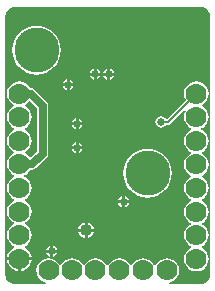
<source format=gbl>
G04 Layer_Physical_Order=2*
G04 Layer_Color=5656142*
%FSAX24Y24*%
%MOIN*%
G70*
G01*
G75*
%ADD21C,0.0080*%
%ADD24C,0.0250*%
%ADD25C,0.0250*%
%ADD26C,0.0400*%
%ADD27C,0.1500*%
%ADD28C,0.0700*%
G36*
X041051Y034084D02*
X041114Y034058D01*
X041171Y034020D01*
X041220Y033971D01*
X041258Y033914D01*
X041284Y033851D01*
X041297Y033784D01*
Y033750D01*
Y025200D01*
Y025166D01*
X041284Y025099D01*
X041258Y025036D01*
X041220Y024979D01*
X041171Y024930D01*
X041114Y024892D01*
X041051Y024866D01*
X040984Y024853D01*
X039930D01*
X039927Y024903D01*
X039947Y024906D01*
X040047Y024947D01*
X040132Y025013D01*
X040198Y025098D01*
X040239Y025198D01*
X040254Y025305D01*
X040239Y025412D01*
X040198Y025512D01*
X040132Y025597D01*
X040047Y025663D01*
X039947Y025704D01*
X039840Y025719D01*
X039733Y025704D01*
X039633Y025663D01*
X039548Y025597D01*
X039482Y025512D01*
X039467Y025476D01*
X039413D01*
X039398Y025512D01*
X039332Y025597D01*
X039247Y025663D01*
X039147Y025704D01*
X039040Y025719D01*
X038933Y025704D01*
X038833Y025663D01*
X038748Y025597D01*
X038682Y025512D01*
X038675Y025495D01*
X038625D01*
X038618Y025512D01*
X038552Y025597D01*
X038467Y025663D01*
X038367Y025704D01*
X038260Y025719D01*
X038153Y025704D01*
X038053Y025663D01*
X037968Y025597D01*
X037902Y025512D01*
X037887Y025476D01*
X037833D01*
X037818Y025512D01*
X037752Y025597D01*
X037667Y025663D01*
X037567Y025704D01*
X037460Y025719D01*
X037353Y025704D01*
X037253Y025663D01*
X037168Y025597D01*
X037102Y025512D01*
X037095Y025495D01*
X037045D01*
X037038Y025512D01*
X036972Y025597D01*
X036887Y025663D01*
X036787Y025704D01*
X036680Y025719D01*
X036573Y025704D01*
X036473Y025663D01*
X036388Y025597D01*
X036322Y025512D01*
X036315Y025495D01*
X036265D01*
X036258Y025512D01*
X036192Y025597D01*
X036107Y025663D01*
X036007Y025704D01*
X035900Y025719D01*
X035793Y025704D01*
X035693Y025663D01*
X035608Y025597D01*
X035542Y025512D01*
X035501Y025412D01*
X035486Y025305D01*
X035501Y025198D01*
X035542Y025098D01*
X035608Y025013D01*
X035693Y024947D01*
X035793Y024906D01*
X035813Y024903D01*
X035810Y024853D01*
X034766D01*
X034699Y024866D01*
X034636Y024892D01*
X034579Y024930D01*
X034530Y024979D01*
X034492Y025036D01*
X034466Y025099D01*
X034453Y025166D01*
Y025200D01*
Y033750D01*
Y033784D01*
X034466Y033851D01*
X034492Y033914D01*
X034530Y033971D01*
X034579Y034020D01*
X034636Y034058D01*
X034699Y034084D01*
X034766Y034097D01*
X040984D01*
X041051Y034084D01*
D02*
G37*
%LPC*%
G36*
X037200Y026906D02*
Y026700D01*
X037406D01*
X037403Y026718D01*
X037377Y026781D01*
X037335Y026835D01*
X037281Y026877D01*
X037218Y026903D01*
X037200Y026906D01*
D02*
G37*
G36*
X038350Y027550D02*
X038221D01*
X038226Y027528D01*
X038267Y027467D01*
X038328Y027426D01*
X038350Y027421D01*
Y027550D01*
D02*
G37*
G36*
X037406Y026600D02*
X037200D01*
Y026394D01*
X037218Y026397D01*
X037281Y026423D01*
X037335Y026465D01*
X037377Y026519D01*
X037403Y026582D01*
X037406Y026600D01*
D02*
G37*
G36*
X037100Y026906D02*
X037082Y026903D01*
X037019Y026877D01*
X036965Y026835D01*
X036923Y026781D01*
X036897Y026718D01*
X036894Y026700D01*
X037100D01*
Y026906D01*
D02*
G37*
G36*
X038579Y027550D02*
X038450D01*
Y027421D01*
X038472Y027426D01*
X038533Y027467D01*
X038574Y027528D01*
X038579Y027550D01*
D02*
G37*
G36*
X039200Y029364D02*
X039041Y029348D01*
X038889Y029302D01*
X038748Y029227D01*
X038624Y029126D01*
X038523Y029002D01*
X038448Y028861D01*
X038402Y028709D01*
X038386Y028550D01*
X038402Y028391D01*
X038448Y028239D01*
X038523Y028098D01*
X038624Y027974D01*
X038748Y027873D01*
X038889Y027798D01*
X039041Y027752D01*
X039200Y027736D01*
X039359Y027752D01*
X039511Y027798D01*
X039652Y027873D01*
X039776Y027974D01*
X039877Y028098D01*
X039952Y028239D01*
X039998Y028391D01*
X040014Y028550D01*
X039998Y028709D01*
X039952Y028861D01*
X039877Y029002D01*
X039776Y029126D01*
X039652Y029227D01*
X039511Y029302D01*
X039359Y029348D01*
X039200Y029364D01*
D02*
G37*
G36*
X036800Y029350D02*
X036671D01*
X036676Y029328D01*
X036717Y029267D01*
X036778Y029226D01*
X036800Y029221D01*
Y029350D01*
D02*
G37*
G36*
X038350Y027779D02*
X038328Y027774D01*
X038267Y027733D01*
X038226Y027672D01*
X038221Y027650D01*
X038350D01*
Y027779D01*
D02*
G37*
G36*
X038450D02*
Y027650D01*
X038579D01*
X038574Y027672D01*
X038533Y027733D01*
X038472Y027774D01*
X038450Y027779D01*
D02*
G37*
G36*
X035332Y025650D02*
X034975D01*
Y025293D01*
X035032Y025301D01*
X035132Y025342D01*
X035217Y025408D01*
X035283Y025493D01*
X035324Y025593D01*
X035332Y025650D01*
D02*
G37*
G36*
X034925Y031614D02*
X034818Y031599D01*
X034718Y031558D01*
X034633Y031492D01*
X034567Y031407D01*
X034526Y031307D01*
X034511Y031200D01*
X034526Y031093D01*
X034567Y030993D01*
X034633Y030908D01*
X034718Y030842D01*
X034735Y030835D01*
Y030785D01*
X034718Y030778D01*
X034633Y030712D01*
X034567Y030627D01*
X034526Y030527D01*
X034511Y030420D01*
X034526Y030313D01*
X034567Y030213D01*
X034633Y030128D01*
X034718Y030062D01*
X034747Y030050D01*
Y030000D01*
X034718Y029988D01*
X034633Y029922D01*
X034567Y029837D01*
X034526Y029737D01*
X034511Y029630D01*
X034526Y029523D01*
X034567Y029423D01*
X034633Y029338D01*
X034718Y029272D01*
X034735Y029265D01*
Y029215D01*
X034718Y029208D01*
X034633Y029142D01*
X034567Y029057D01*
X034526Y028957D01*
X034511Y028850D01*
X034526Y028743D01*
X034567Y028643D01*
X034633Y028558D01*
X034718Y028492D01*
X034754Y028477D01*
Y028423D01*
X034718Y028408D01*
X034633Y028342D01*
X034567Y028257D01*
X034526Y028157D01*
X034511Y028050D01*
X034526Y027943D01*
X034567Y027843D01*
X034633Y027758D01*
X034718Y027692D01*
X034735Y027685D01*
Y027635D01*
X034718Y027628D01*
X034633Y027562D01*
X034567Y027477D01*
X034526Y027377D01*
X034511Y027270D01*
X034526Y027163D01*
X034567Y027063D01*
X034633Y026978D01*
X034718Y026912D01*
X034735Y026905D01*
Y026855D01*
X034718Y026848D01*
X034633Y026782D01*
X034567Y026697D01*
X034526Y026597D01*
X034511Y026490D01*
X034526Y026383D01*
X034567Y026283D01*
X034633Y026198D01*
X034718Y026132D01*
X034747Y026120D01*
Y026070D01*
X034718Y026058D01*
X034633Y025992D01*
X034567Y025907D01*
X034526Y025807D01*
X034518Y025750D01*
X035332D01*
X035324Y025807D01*
X035283Y025907D01*
X035217Y025992D01*
X035132Y026058D01*
X035103Y026070D01*
Y026120D01*
X035132Y026132D01*
X035217Y026198D01*
X035283Y026283D01*
X035324Y026383D01*
X035339Y026490D01*
X035324Y026597D01*
X035283Y026697D01*
X035217Y026782D01*
X035132Y026848D01*
X035115Y026855D01*
Y026905D01*
X035132Y026912D01*
X035217Y026978D01*
X035283Y027063D01*
X035324Y027163D01*
X035339Y027270D01*
X035324Y027377D01*
X035283Y027477D01*
X035217Y027562D01*
X035132Y027628D01*
X035115Y027635D01*
Y027685D01*
X035132Y027692D01*
X035217Y027758D01*
X035283Y027843D01*
X035324Y027943D01*
X035339Y028050D01*
X035324Y028157D01*
X035283Y028257D01*
X035217Y028342D01*
X035132Y028408D01*
X035096Y028423D01*
Y028477D01*
X035132Y028492D01*
X035217Y028558D01*
X035283Y028643D01*
X035291Y028661D01*
X035350D01*
X035422Y028676D01*
X035483Y028717D01*
X035833Y029067D01*
X035874Y029128D01*
X035889Y029200D01*
Y030800D01*
X035874Y030872D01*
X035833Y030933D01*
X035433Y031333D01*
X035372Y031374D01*
X035300Y031389D01*
X035291D01*
X035283Y031407D01*
X035217Y031492D01*
X035132Y031558D01*
X035032Y031599D01*
X034925Y031614D01*
D02*
G37*
G36*
X040825D02*
X040718Y031599D01*
X040618Y031558D01*
X040533Y031492D01*
X040467Y031407D01*
X040426Y031307D01*
X040411Y031200D01*
X040426Y031093D01*
X040467Y030993D01*
X040470Y030989D01*
X039848Y030368D01*
X039791Y030372D01*
X039783Y030383D01*
X039722Y030424D01*
X039650Y030439D01*
X039578Y030424D01*
X039517Y030383D01*
X039476Y030322D01*
X039461Y030250D01*
X039476Y030178D01*
X039517Y030117D01*
X039578Y030076D01*
X039650Y030061D01*
X039722Y030076D01*
X039783Y030117D01*
X039804Y030148D01*
X039875D01*
X039914Y030156D01*
X039947Y030178D01*
X040430Y030661D01*
X040468Y030628D01*
X040467Y030627D01*
X040426Y030527D01*
X040411Y030420D01*
X040426Y030313D01*
X040467Y030213D01*
X040533Y030128D01*
X040618Y030062D01*
X040654Y030047D01*
Y029993D01*
X040618Y029978D01*
X040533Y029912D01*
X040467Y029827D01*
X040426Y029727D01*
X040411Y029620D01*
X040426Y029513D01*
X040467Y029413D01*
X040533Y029328D01*
X040618Y029262D01*
X040635Y029255D01*
Y029205D01*
X040618Y029198D01*
X040533Y029132D01*
X040467Y029047D01*
X040426Y028947D01*
X040411Y028840D01*
X040426Y028733D01*
X040467Y028633D01*
X040533Y028548D01*
X040618Y028482D01*
X040647Y028470D01*
Y028420D01*
X040618Y028408D01*
X040533Y028342D01*
X040467Y028257D01*
X040426Y028157D01*
X040411Y028050D01*
X040426Y027943D01*
X040467Y027843D01*
X040533Y027758D01*
X040618Y027692D01*
X040647Y027680D01*
Y027630D01*
X040618Y027618D01*
X040533Y027552D01*
X040467Y027467D01*
X040426Y027367D01*
X040411Y027260D01*
X040426Y027153D01*
X040467Y027053D01*
X040533Y026968D01*
X040618Y026902D01*
X040635Y026895D01*
Y026845D01*
X040618Y026838D01*
X040533Y026772D01*
X040467Y026687D01*
X040426Y026587D01*
X040411Y026480D01*
X040426Y026373D01*
X040467Y026273D01*
X040533Y026188D01*
X040618Y026122D01*
X040647Y026110D01*
Y026060D01*
X040618Y026048D01*
X040533Y025982D01*
X040467Y025897D01*
X040426Y025797D01*
X040411Y025690D01*
X040426Y025583D01*
X040467Y025483D01*
X040533Y025398D01*
X040618Y025332D01*
X040718Y025291D01*
X040825Y025276D01*
X040932Y025291D01*
X041032Y025332D01*
X041117Y025398D01*
X041183Y025483D01*
X041224Y025583D01*
X041239Y025690D01*
X041224Y025797D01*
X041183Y025897D01*
X041117Y025982D01*
X041032Y026048D01*
X041003Y026060D01*
Y026110D01*
X041032Y026122D01*
X041117Y026188D01*
X041183Y026273D01*
X041224Y026373D01*
X041239Y026480D01*
X041224Y026587D01*
X041183Y026687D01*
X041117Y026772D01*
X041032Y026838D01*
X041015Y026845D01*
Y026895D01*
X041032Y026902D01*
X041117Y026968D01*
X041183Y027053D01*
X041224Y027153D01*
X041239Y027260D01*
X041224Y027367D01*
X041183Y027467D01*
X041117Y027552D01*
X041032Y027618D01*
X041003Y027630D01*
Y027680D01*
X041032Y027692D01*
X041117Y027758D01*
X041183Y027843D01*
X041224Y027943D01*
X041239Y028050D01*
X041224Y028157D01*
X041183Y028257D01*
X041117Y028342D01*
X041032Y028408D01*
X041003Y028420D01*
Y028470D01*
X041032Y028482D01*
X041117Y028548D01*
X041183Y028633D01*
X041224Y028733D01*
X041239Y028840D01*
X041224Y028947D01*
X041183Y029047D01*
X041117Y029132D01*
X041032Y029198D01*
X041015Y029205D01*
Y029255D01*
X041032Y029262D01*
X041117Y029328D01*
X041183Y029413D01*
X041224Y029513D01*
X041239Y029620D01*
X041224Y029727D01*
X041183Y029827D01*
X041117Y029912D01*
X041032Y029978D01*
X040996Y029993D01*
Y030047D01*
X041032Y030062D01*
X041117Y030128D01*
X041183Y030213D01*
X041224Y030313D01*
X041239Y030420D01*
X041224Y030527D01*
X041183Y030627D01*
X041117Y030712D01*
X041032Y030778D01*
X041015Y030785D01*
Y030835D01*
X041032Y030842D01*
X041117Y030908D01*
X041183Y030993D01*
X041224Y031093D01*
X041239Y031200D01*
X041224Y031307D01*
X041183Y031407D01*
X041117Y031492D01*
X041032Y031558D01*
X040932Y031599D01*
X040825Y031614D01*
D02*
G37*
G36*
X034875Y025650D02*
X034518D01*
X034526Y025593D01*
X034567Y025493D01*
X034633Y025408D01*
X034718Y025342D01*
X034818Y025301D01*
X034875Y025293D01*
Y025650D01*
D02*
G37*
G36*
X035950Y025900D02*
X035821D01*
X035826Y025878D01*
X035867Y025817D01*
X035928Y025776D01*
X035950Y025771D01*
Y025900D01*
D02*
G37*
G36*
X036050Y026129D02*
Y026000D01*
X036179D01*
X036174Y026022D01*
X036133Y026083D01*
X036072Y026124D01*
X036050Y026129D01*
D02*
G37*
G36*
X037100Y026600D02*
X036894D01*
X036897Y026582D01*
X036923Y026519D01*
X036965Y026465D01*
X037019Y026423D01*
X037082Y026397D01*
X037100Y026394D01*
Y026600D01*
D02*
G37*
G36*
X036179Y025900D02*
X036050D01*
Y025771D01*
X036072Y025776D01*
X036133Y025817D01*
X036174Y025878D01*
X036179Y025900D01*
D02*
G37*
G36*
X035950Y026129D02*
X035928Y026124D01*
X035867Y026083D01*
X035826Y026022D01*
X035821Y026000D01*
X035950D01*
Y026129D01*
D02*
G37*
G36*
X037029Y029350D02*
X036900D01*
Y029221D01*
X036922Y029226D01*
X036983Y029267D01*
X037024Y029328D01*
X037029Y029350D01*
D02*
G37*
G36*
X037850Y031800D02*
X037721D01*
X037726Y031778D01*
X037767Y031717D01*
X037828Y031676D01*
X037850Y031671D01*
Y031800D01*
D02*
G37*
G36*
X038079D02*
X037950D01*
Y031671D01*
X037972Y031676D01*
X038033Y031717D01*
X038074Y031778D01*
X038079Y031800D01*
D02*
G37*
G36*
X037629D02*
X037500D01*
Y031671D01*
X037522Y031676D01*
X037583Y031717D01*
X037624Y031778D01*
X037629Y031800D01*
D02*
G37*
G36*
X036600Y031679D02*
Y031550D01*
X036729D01*
X036724Y031572D01*
X036683Y031633D01*
X036622Y031674D01*
X036600Y031679D01*
D02*
G37*
G36*
X037400Y031800D02*
X037271D01*
X037276Y031778D01*
X037317Y031717D01*
X037378Y031676D01*
X037400Y031671D01*
Y031800D01*
D02*
G37*
G36*
X037850Y032029D02*
X037828Y032024D01*
X037767Y031983D01*
X037726Y031922D01*
X037721Y031900D01*
X037850D01*
Y032029D01*
D02*
G37*
G36*
X037950D02*
Y031900D01*
X038079D01*
X038074Y031922D01*
X038033Y031983D01*
X037972Y032024D01*
X037950Y032029D01*
D02*
G37*
G36*
X037500D02*
Y031900D01*
X037629D01*
X037624Y031922D01*
X037583Y031983D01*
X037522Y032024D01*
X037500Y032029D01*
D02*
G37*
G36*
X035500Y033464D02*
X035341Y033448D01*
X035189Y033402D01*
X035048Y033327D01*
X034924Y033226D01*
X034823Y033102D01*
X034748Y032961D01*
X034702Y032809D01*
X034686Y032650D01*
X034702Y032491D01*
X034748Y032339D01*
X034823Y032198D01*
X034924Y032074D01*
X035048Y031973D01*
X035189Y031898D01*
X035341Y031852D01*
X035500Y031836D01*
X035659Y031852D01*
X035811Y031898D01*
X035952Y031973D01*
X036076Y032074D01*
X036177Y032198D01*
X036252Y032339D01*
X036298Y032491D01*
X036314Y032650D01*
X036298Y032809D01*
X036252Y032961D01*
X036177Y033102D01*
X036076Y033226D01*
X035952Y033327D01*
X035811Y033402D01*
X035659Y033448D01*
X035500Y033464D01*
D02*
G37*
G36*
X037400Y032029D02*
X037378Y032024D01*
X037317Y031983D01*
X037276Y031922D01*
X037271Y031900D01*
X037400D01*
Y032029D01*
D02*
G37*
G36*
X036800Y030150D02*
X036671D01*
X036676Y030128D01*
X036717Y030067D01*
X036778Y030026D01*
X036800Y030021D01*
Y030150D01*
D02*
G37*
G36*
X037029D02*
X036900D01*
Y030021D01*
X036922Y030026D01*
X036983Y030067D01*
X037024Y030128D01*
X037029Y030150D01*
D02*
G37*
G36*
X036800Y029579D02*
X036778Y029574D01*
X036717Y029533D01*
X036676Y029472D01*
X036671Y029450D01*
X036800D01*
Y029579D01*
D02*
G37*
G36*
X036900D02*
Y029450D01*
X037029D01*
X037024Y029472D01*
X036983Y029533D01*
X036922Y029574D01*
X036900Y029579D01*
D02*
G37*
G36*
X036800Y030379D02*
X036778Y030374D01*
X036717Y030333D01*
X036676Y030272D01*
X036671Y030250D01*
X036800D01*
Y030379D01*
D02*
G37*
G36*
X036729Y031450D02*
X036600D01*
Y031321D01*
X036622Y031326D01*
X036683Y031367D01*
X036724Y031428D01*
X036729Y031450D01*
D02*
G37*
G36*
X036500Y031679D02*
X036478Y031674D01*
X036417Y031633D01*
X036376Y031572D01*
X036371Y031550D01*
X036500D01*
Y031679D01*
D02*
G37*
G36*
X036900Y030379D02*
Y030250D01*
X037029D01*
X037024Y030272D01*
X036983Y030333D01*
X036922Y030374D01*
X036900Y030379D01*
D02*
G37*
G36*
X036500Y031450D02*
X036371D01*
X036376Y031428D01*
X036417Y031367D01*
X036478Y031326D01*
X036500Y031321D01*
Y031450D01*
D02*
G37*
%LPD*%
G36*
X035511Y030722D02*
Y029278D01*
X035322Y029089D01*
X035255Y029093D01*
X035217Y029142D01*
X035132Y029208D01*
X035115Y029215D01*
Y029265D01*
X035132Y029272D01*
X035217Y029338D01*
X035283Y029423D01*
X035324Y029523D01*
X035339Y029630D01*
X035324Y029737D01*
X035283Y029837D01*
X035217Y029922D01*
X035132Y029988D01*
X035103Y030000D01*
Y030050D01*
X035132Y030062D01*
X035217Y030128D01*
X035283Y030213D01*
X035324Y030313D01*
X035339Y030420D01*
X035324Y030527D01*
X035283Y030627D01*
X035217Y030712D01*
X035132Y030778D01*
X035115Y030785D01*
Y030835D01*
X035132Y030842D01*
X035217Y030908D01*
X035241Y030939D01*
X035291Y030942D01*
X035511Y030722D01*
D02*
G37*
D21*
X039875Y030250D02*
X040825Y031200D01*
X039650Y030250D02*
X039875D01*
D24*
X035700Y029200D02*
Y030800D01*
X035300Y031200D02*
X035700Y030800D01*
X034925Y031200D02*
X035300D01*
X035350Y028850D02*
X035700Y029200D01*
X034925Y028850D02*
X035350D01*
D25*
X039650Y030250D02*
D03*
X037900Y031850D02*
D03*
X037450D02*
D03*
X036550Y031500D02*
D03*
X036850Y030200D02*
D03*
Y029400D02*
D03*
X036000Y025950D02*
D03*
X038400Y027600D02*
D03*
D26*
X037150Y026650D02*
D03*
D27*
X035500Y032650D02*
D03*
X039200Y028550D02*
D03*
D28*
X034925Y031200D02*
D03*
Y030420D02*
D03*
Y029630D02*
D03*
Y028850D02*
D03*
Y028050D02*
D03*
Y027270D02*
D03*
Y026490D02*
D03*
Y025700D02*
D03*
X035900Y025305D02*
D03*
X036680D02*
D03*
X037460D02*
D03*
X038260D02*
D03*
X039040D02*
D03*
X039840D02*
D03*
X040825Y025690D02*
D03*
Y026480D02*
D03*
Y027260D02*
D03*
Y028050D02*
D03*
Y028840D02*
D03*
Y029620D02*
D03*
Y030420D02*
D03*
Y031200D02*
D03*
M02*

</source>
